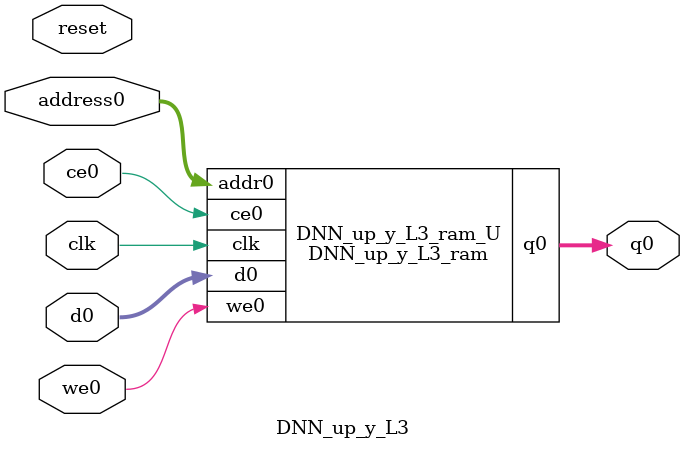
<source format=v>
`timescale 1 ns / 1 ps
module DNN_up_y_L3_ram (addr0, ce0, d0, we0, q0,  clk);

parameter DWIDTH = 32;
parameter AWIDTH = 7;
parameter MEM_SIZE = 104;

input[AWIDTH-1:0] addr0;
input ce0;
input[DWIDTH-1:0] d0;
input we0;
output reg[DWIDTH-1:0] q0;
input clk;

(* ram_style = "block" *)reg [DWIDTH-1:0] ram[0:MEM_SIZE-1];




always @(posedge clk)  
begin 
    if (ce0) 
    begin
        if (we0) 
        begin 
            ram[addr0] <= d0; 
        end 
        q0 <= ram[addr0];
    end
end


endmodule

`timescale 1 ns / 1 ps
module DNN_up_y_L3(
    reset,
    clk,
    address0,
    ce0,
    we0,
    d0,
    q0);

parameter DataWidth = 32'd32;
parameter AddressRange = 32'd104;
parameter AddressWidth = 32'd7;
input reset;
input clk;
input[AddressWidth - 1:0] address0;
input ce0;
input we0;
input[DataWidth - 1:0] d0;
output[DataWidth - 1:0] q0;



DNN_up_y_L3_ram DNN_up_y_L3_ram_U(
    .clk( clk ),
    .addr0( address0 ),
    .ce0( ce0 ),
    .we0( we0 ),
    .d0( d0 ),
    .q0( q0 ));

endmodule


</source>
